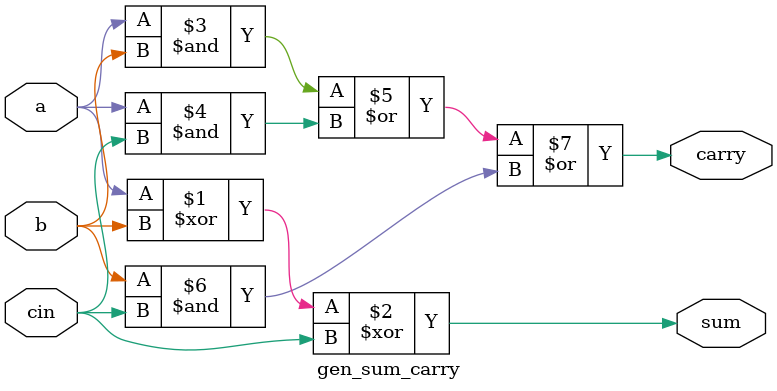
<source format=v>
module carry_sel(
  input [3:0] a,
  input [3:0] b,
  input cin,
  output [4:0] sum
);

  wire [4:0] sum0, sum1;
  wire c0, c1;

  ripple_carry_adder rca0(a, b, cin, sum0, c0);
  ripple_carry_adder rca1(a, b, cin, sum1, c1);

  assign sum = (c0 == 1'b0) ? sum0 : sum1;

endmodule


module ripple_carry_adder (
  input [3:0] a,
  input [3:0] b,
  input cin,
  output [4:0] sum,
  output cout
);

  wire [4:0] carry;

  gen_sum_carry gsc0(a[0], b[0], cin, sum[0], carry[0]);
  gen_sum_carry gsc1(a[1], b[1], carry[0], sum[1], carry[1]);
  gen_sum_carry gsc2(a[2], b[2], carry[1], sum[2], carry[2]);
  gen_sum_carry gsc3(a[3], b[3], carry[2], sum[3], carry[3]);

  assign cout = carry[3];

endmodule

module gen_sum_carry (
  input a,
  input b,
  input cin,
  output sum,
  output carry
);
  assign sum = a ^ b ^ cin;
  assign carry = (a & b) | (a & cin) | (b & cin);

endmodule
</source>
